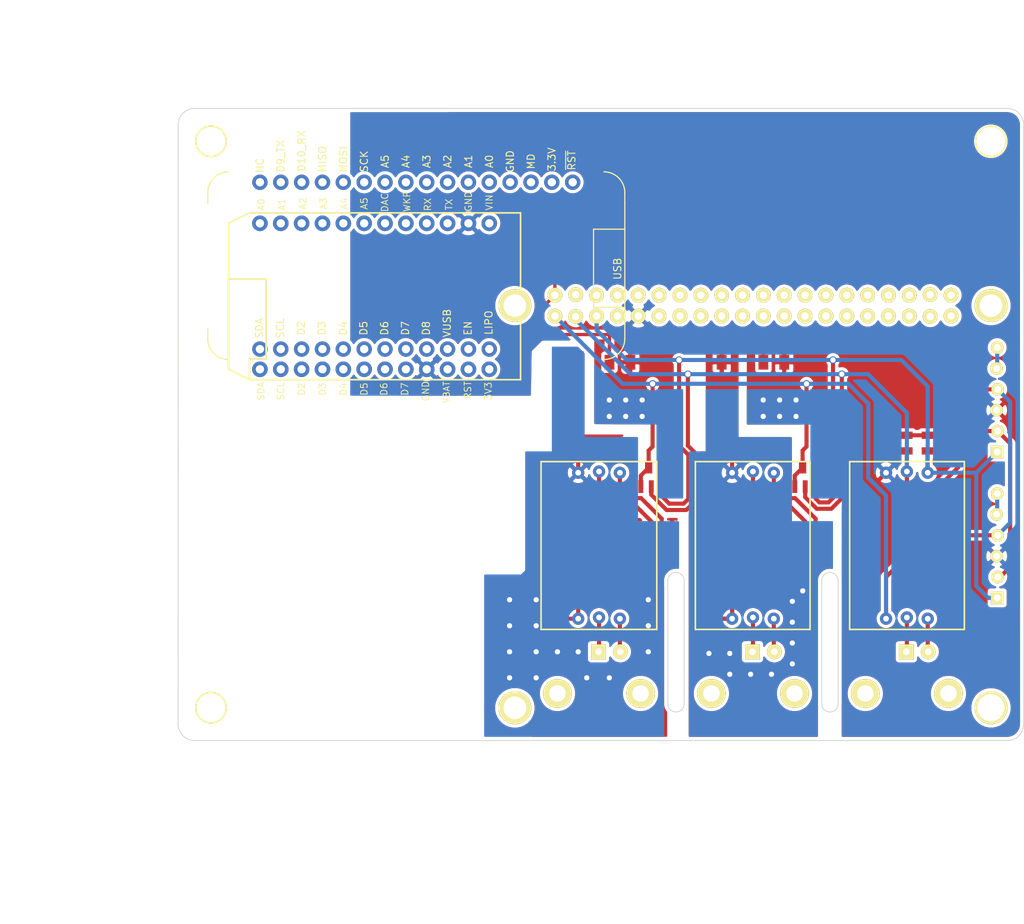
<source format=kicad_pcb>
(kicad_pcb (version 20171130) (host pcbnew "(5.0.0-3-g5ebb6b6)")
  (title_block (title "Tentacle for Raspberry Pi") (date 2017-04-19) (rev 1.0) (company "Whitebox Labs") (comment 1 "Pedro Martin") (comment 2 "Dual isolation, I2C Bus Desi"))
  (layers (0 F.Cu signal) (31 B.Cu signal) (34 B.Paste user) (35 F.Paste user) (36 B.SilkS user) (37 F.SilkS user) (38 B.Mask user) (39 F.Mask user) (44 Edge.Cuts user))
  (net 0 "")
  (net 1 GND)
  (net 2 GND_ISO2)
  (net 3 VCC)
  (net 4 V_ISO2)
  (net 5 "Net-(C202-Pad2)")
  (net 6 "Net-(C302-Pad2)")
  (net 7 "Net-(P101-Pad5)")
  (net 8 "Net-(P201-Pad1)")
  (net 9 "Net-(P201-Pad2)")
  (net 10 "Net-(P301-Pad1)")
  (net 11 "Net-(P301-Pad2)")
  (net 12 "Net-(P401-Pad1)")
  (net 13 "Net-(P401-Pad2)")
  (net 14 "Net-(R201-Pad2)")
  (net 15 "Net-(R202-Pad2)")
  (net 16 "Net-(R301-Pad2)")
  (net 17 "Net-(R302-Pad2)")
  (net 18 GND_ISO3)
  (net 19 V_ISO3)
  (net 20 /SDA)
  (net 21 /SCL)
  (net 22 "Net-(P102-Pad5)")
  (net 23 +3V3)
  (module Openponics_Templates:Particle_Mesh (layer F.Cu) (at 60.65 90.73 270)
    (fp_text reference U1 hide)
    (fp_text value PARTICLE_MESH hide)
    (fp_text user USB (at 11.811 -49.911 270) (layer F.SilkS) (effects (font (size 0.889 0.889) (thickness 0.127))))
    (fp_text user 3.3V (at -1.524 -41.91 270) (layer F.SilkS) (effects (font (size 0.889 0.889) (thickness 0.127))))
    (fp_text user SCK (at -1.27 -19.05 270) (layer F.SilkS) (effects (font (size 0.889 0.889) (thickness 0.127))))
    (fp_text user NC (at -0.762 -6.35 270) (layer F.SilkS) (effects (font (size 0.889 0.889) (thickness 0.127))))
    (fp_text user D9_TX (at -1.905 -8.89 270) (layer F.SilkS) (effects (font (size 0.889 0.889) (thickness 0.127))))
    (fp_text user MISO (at -1.524 -13.97 270) (layer F.SilkS) (effects (font (size 0.889 0.889) (thickness 0.127))))
    (fp_text user MOSI (at -1.524 -16.51 270) (layer F.SilkS) (effects (font (size 0.889 0.889) (thickness 0.127))))
    (fp_text user SDA (at 19.05 -6.2865 270) (layer F.SilkS) (effects (font (size 0.889 0.889) (thickness 0.127))))
    (fp_text user SCL (at 19.05 -8.8265 270) (layer F.SilkS) (effects (font (size 0.889 0.889) (thickness 0.127))))
    (fp_text user D2 (at 19.05 -11.3665 270) (layer F.SilkS) (effects (font (size 0.889 0.889) (thickness 0.127))))
    (fp_text user D3 (at 19.05 -13.90396 270) (layer F.SilkS) (effects (font (size 0.889 0.889) (thickness 0.127))))
    (fp_text user D4 (at 19.05 -16.51 270) (layer F.SilkS) (effects (font (size 0.889 0.889) (thickness 0.127))))
    (fp_text user D5 (at 19.05 -18.9865 270) (layer F.SilkS) (effects (font (size 0.889 0.889) (thickness 0.127))))
    (fp_text user D6 (at 19.05 -21.5265 270) (layer F.SilkS) (effects (font (size 0.889 0.889) (thickness 0.127))))
    (fp_text user EN (at 19.05 -31.6865 270) (layer F.SilkS) (effects (font (size 0.889 0.889) (thickness 0.127))))
    (fp_text user VUSB (at 18.4277 -29.1465 270) (layer F.SilkS) (effects (font (size 0.889 0.889) (thickness 0.127))))
    (fp_text user D8 (at 19.05 -26.60396 270) (layer F.SilkS) (effects (font (size 0.889 0.889) (thickness 0.127))))
    (fp_text user LIPO (at 18.3769 -34.2265 270) (layer F.SilkS) (effects (font (size 0.889 0.889) (thickness 0.127))))
    (fp_text user D7 (at 19.05 -24.0665 270) (layer F.SilkS) (effects (font (size 0.889 0.889) (thickness 0.127))))
    (fp_text user D10_RX (at -2.54 -11.43 270) (layer F.SilkS) (effects (font (size 0.889 0.889) (thickness 0.127))))
    (fp_text user A5 (at -1.27 -21.59 270) (layer F.SilkS) (effects (font (size 0.889 0.889) (thickness 0.127))))
    (fp_text user A4 (at -1.27 -24.13 270) (layer F.SilkS) (effects (font (size 0.889 0.889) (thickness 0.127))))
    (fp_text user A3 (at -1.27 -26.67 270) (layer F.SilkS) (effects (font (size 0.889 0.889) (thickness 0.127))))
    (fp_text user A2 (at -1.27 -29.21 270) (layer F.SilkS) (effects (font (size 0.889 0.889) (thickness 0.127))))
    (fp_text user A1 (at -1.27 -31.75 270) (layer F.SilkS) (effects (font (size 0.889 0.889) (thickness 0.127))))
    (fp_text user A0 (at -1.27 -34.29 270) (layer F.SilkS) (effects (font (size 0.889 0.889) (thickness 0.127))))
    (fp_text user ~RST (at -1.397 -44.323 270) (layer F.SilkS) (effects (font (size 0.889 0.889) (thickness 0.127))))
    (fp_text user GND (at -1.27 -36.83 270) (layer F.SilkS) (effects (font (size 0.889 0.889) (thickness 0.127))))
    (fp_text user MD (at -1.27 -39.37 270) (layer F.SilkS) (effects (font (size 0.889 0.889) (thickness 0.127))))
    (pad 17 thru_hole circle (at 21.59 -6.35 270) (size 1.8796 1.8796) (drill 1.016) (layers *.Cu *.Mask))
    (pad 18 thru_hole circle (at 21.59 -8.89 270) (size 1.8796 1.8796) (drill 1.016) (layers *.Cu *.Mask))
    (pad 19 thru_hole circle (at 21.59 -11.43 270) (size 1.8796 1.8796) (drill 1.016) (layers *.Cu *.Mask))
    (pad 20 thru_hole circle (at 21.59 -13.97 270) (size 1.8796 1.8796) (drill 1.016) (layers *.Cu *.Mask))
    (pad 21 thru_hole circle (at 21.59 -16.51 270) (size 1.8796 1.8796) (drill 1.016) (layers *.Cu *.Mask))
    (pad 22 thru_hole circle (at 21.59 -19.05 270) (size 1.8796 1.8796) (drill 1.016) (layers *.Cu *.Mask))
    (pad 23 thru_hole circle (at 21.59 -21.59 270) (size 1.8796 1.8796) (drill 1.016) (layers *.Cu *.Mask))
    (pad 24 thru_hole circle (at 21.59 -24.13 270) (size 1.8796 1.8796) (drill 1.016) (layers *.Cu *.Mask))
    (pad 25 thru_hole circle (at 21.59 -26.67 270) (size 1.8796 1.8796) (drill 1.016) (layers *.Cu *.Mask))
    (pad 26 thru_hole circle (at 21.59 -29.21 270) (size 1.8796 1.8796) (drill 1.016) (layers *.Cu *.Mask))
    (pad 27 thru_hole circle (at 21.59 -31.75 270) (size 1.8796 1.8796) (drill 1.016) (layers *.Cu *.Mask))
    (pad 28 thru_hole circle (at 21.59 -34.29 270) (size 1.8796 1.8796) (drill 1.016) (layers *.Cu *.Mask))
    (pad 1 thru_hole circle (at 1.27 -44.45 270) (size 1.8796 1.8796) (drill 1.016) (layers *.Cu *.Mask))
    (pad 2 thru_hole circle (at 1.27 -41.91 270) (size 1.8796 1.8796) (drill 1.016) (layers *.Cu *.Mask))
    (pad 3 thru_hole circle (at 1.27 -39.37 270) (size 1.8796 1.8796) (drill 1.016) (layers *.Cu *.Mask))
    (pad 4 thru_hole circle (at 1.27 -36.83 270) (size 1.8796 1.8796) (drill 1.016) (layers *.Cu *.Mask))
    (pad 5 thru_hole circle (at 1.27 -34.29 270) (size 1.8796 1.8796) (drill 1.016) (layers *.Cu *.Mask))
    (pad 6 thru_hole circle (at 1.27 -31.75 270) (size 1.8796 1.8796) (drill 1.016) (layers *.Cu *.Mask))
    (pad 7 thru_hole circle (at 1.27 -29.21 270) (size 1.8796 1.8796) (drill 1.016) (layers *.Cu *.Mask))
    (pad 8 thru_hole circle (at 1.27 -26.67 270) (size 1.8796 1.8796) (drill 1.016) (layers *.Cu *.Mask))
    (pad 9 thru_hole circle (at 1.27 -24.13 270) (size 1.8796 1.8796) (drill 1.016) (layers *.Cu *.Mask))
    (pad 10 thru_hole circle (at 1.27 -21.59 270) (size 1.8796 1.8796) (drill 1.016) (layers *.Cu *.Mask))
    (pad 11 thru_hole circle (at 1.27 -19.05) (size 1.8796 1.8796) (drill 1.016) (layers *.Cu *.Mask))
    (pad 12 thru_hole circle (at 1.27 -16.51 270) (size 1.8796 1.8796) (drill 1.016) (layers *.Cu *.Mask))
    (pad 13 thru_hole circle (at 1.27 -13.97 270) (size 1.8796 1.8796) (drill 1.016) (layers *.Cu *.Mask))
    (pad 14 thru_hole circle (at 1.27 -11.43 270) (size 1.8796 1.8796) (drill 1.016) (layers *.Cu *.Mask))
    (pad 15 thru_hole circle (at 1.27 -8.89 270) (size 1.8796 1.8796) (drill 1.016) (layers *.Cu *.Mask))
    (pad 16 thru_hole circle (at 1.27 -6.35 270) (size 1.8796 1.8796) (drill 1.016) (layers *.Cu *.Mask))
  )
  (module Boards:PARTICLE_PHOTON (layer F.Cu) (at 80.97 105.89 270)
    (fp_text reference JP1 hide)
    (fp_text value PARTICLE_PHOTON hide)
    (fp_text user VIN (at -11.43 -13.97 90 unlocked) (layer F.SilkS) (effects (font (size 0.8128 0.8128) (thickness 0.1016))))
    (fp_text user GND (at -11.557 -11.43 90 unlocked) (layer F.SilkS) (effects (font (size 0.8128 0.8128) (thickness 0.1016))))
    (fp_text user TX (at -11.176 -9.0678 90 unlocked) (layer F.SilkS) (effects (font (size 0.8128 0.8128) (thickness 0.1016))))
    (fp_text user RX (at -11.176 -6.477 90 unlocked) (layer F.SilkS) (effects (font (size 0.8128 0.8128) (thickness 0.1016))))
    (fp_text user WKP (at -11.557 -3.937 90 unlocked) (layer F.SilkS) (effects (font (size 0.8128 0.8128) (thickness 0.1016))))
    (fp_text user DAC (at -11.43 -1.2446 90 unlocked) (layer F.SilkS) (effects (font (size 0.8128 0.8128) (thickness 0.1016))))
    (fp_text user A5 (at -11.303 1.27 90 unlocked) (layer F.SilkS) (effects (font (size 0.8128 0.8128) (thickness 0.1016))))
    (fp_text user A4 (at -11.303 3.683 90 unlocked) (layer F.SilkS) (effects (font (size 0.8128 0.8128) (thickness 0.1016))))
    (fp_text user A3 (at -11.303 6.223 90 unlocked) (layer F.SilkS) (effects (font (size 0.8128 0.8128) (thickness 0.1016))))
    (fp_text user A2 (at -11.303 8.73506 90 unlocked) (layer F.SilkS) (effects (font (size 0.8128 0.8128) (thickness 0.1016))))
    (fp_text user A1 (at -11.176 11.303 90 unlocked) (layer F.SilkS) (effects (font (size 0.8128 0.8128) (thickness 0.1016))))
    (fp_text user A0 (at -11.176 13.8176 90 unlocked) (layer F.SilkS) (effects (font (size 0.8128 0.8128) (thickness 0.1016))))
    (fp_text user 3V3 (at 11.557 -13.843 90 unlocked) (layer F.SilkS) (effects (font (size 0.8128 0.8128) (thickness 0.1016))))
    (fp_text user RST (at 11.43 -11.3538 90 unlocked) (layer F.SilkS) (effects (font (size 0.8128 0.8128) (thickness 0.1016))))
    (fp_text user VBAT (at 11.684 -8.763 90 unlocked) (layer F.SilkS) (effects (font (size 0.762 0.762) (thickness 0.1016))))
    (fp_text user GND (at 11.557 -6.223 90 unlocked) (layer F.SilkS) (effects (font (size 0.8128 0.8128) (thickness 0.1016))))
    (fp_text user D7 (at 11.303 -3.683 90 unlocked) (layer F.SilkS) (effects (font (size 0.8128 0.8128) (thickness 0.1016))))
    (fp_text user D6 (at 11.303 -1.143 90 unlocked) (layer F.SilkS) (effects (font (size 0.8128 0.8128) (thickness 0.1016))))
    (fp_text user D5 (at 11.303 1.27 90 unlocked) (layer F.SilkS) (effects (font (size 0.8128 0.8128) (thickness 0.1016))))
    (fp_text user D4 (at 11.303 3.81 90 unlocked) (layer F.SilkS) (effects (font (size 0.8128 0.8128) (thickness 0.1016))))
    (fp_text user D3 (at 11.303 6.35 90 unlocked) (layer F.SilkS) (effects (font (size 0.8128 0.8128) (thickness 0.1016))))
    (fp_text user D2 (at 11.303 8.89 90 unlocked) (layer F.SilkS) (effects (font (size 0.8128 0.8128) (thickness 0.1016))))
    (fp_text user SCL (at 11.557 11.43 90 unlocked) (layer F.SilkS) (effects (font (size 0.8128 0.8128) (thickness 0.1016))))
    (fp_text user SDA (at 11.557 13.843 90 unlocked) (layer F.SilkS) (effects (font (size 0.8128 0.8128) (thickness 0.1016))))
    (pad 1 thru_hole circle (at -8.89 -13.97 270) (size 1.905 1.905) (drill 1.016) (layers *.Cu *.Mask) (net 3 VCC))
    (pad 2 thru_hole circle (at -8.89 -11.43 270) (size 1.905 1.905) (drill 1.016) (layers *.Cu *.Mask) (net 1 GND))
    (pad 3 thru_hole circle (at -8.89 -8.89 270) (size 1.905 1.905) (drill 1.016) (layers *.Cu *.Mask))
    (pad 4 thru_hole circle (at -8.89 -6.35 270) (size 1.905 1.905) (drill 1.016) (layers *.Cu *.Mask))
    (pad 5 thru_hole circle (at -8.89 -3.81 270) (size 1.905 1.905) (drill 1.016) (layers *.Cu *.Mask))
    (pad 6 thru_hole circle (at -8.89 -1.27 270) (size 1.905 1.905) (drill 1.016) (layers *.Cu *.Mask))
    (pad 7 thru_hole circle (at -8.89 1.27 270) (size 1.905 1.905) (drill 1.016) (layers *.Cu *.Mask))
    (pad 8 thru_hole circle (at -8.89 3.81 270) (size 1.905 1.905) (drill 1.016) (layers *.Cu *.Mask))
    (pad 9 thru_hole circle (at -8.89 6.35 270) (size 1.905 1.905) (drill 1.016) (layers *.Cu *.Mask))
    (pad 10 thru_hole circle (at -8.89 8.89 270) (size 1.905 1.905) (drill 1.016) (layers *.Cu *.Mask))
    (pad 11 thru_hole circle (at -8.89 11.43 270) (size 1.905 1.905) (drill 1.016) (layers *.Cu *.Mask))
    (pad 12 thru_hole circle (at -8.89 13.97 270) (size 1.905 1.905) (drill 1.016) (layers *.Cu *.Mask))
    (pad 13 thru_hole circle (at 8.89 13.97 270) (size 1.905 1.905) (drill 1.016) (layers *.Cu *.Mask))
    (pad 14 thru_hole circle (at 8.89 11.43 270) (size 1.905 1.905) (drill 1.016) (layers *.Cu *.Mask))
    (pad 15 thru_hole circle (at 8.89 8.89 270) (size 1.905 1.905) (drill 1.016) (layers *.Cu *.Mask))
    (pad 16 thru_hole circle (at 8.89 6.35 270) (size 1.905 1.905) (drill 1.016) (layers *.Cu *.Mask))
    (pad 17 thru_hole circle (at 8.89 3.81 270) (size 1.905 1.905) (drill 1.016) (layers *.Cu *.Mask))
    (pad 18 thru_hole circle (at 8.89 1.27 270) (size 1.905 1.905) (drill 1.016) (layers *.Cu *.Mask))
    (pad 19 thru_hole circle (at 8.89 -1.27 270) (size 1.905 1.905) (drill 1.016) (layers *.Cu *.Mask))
    (pad 20 thru_hole circle (at 8.89 -3.81 270) (size 1.905 1.905) (drill 1.016) (layers *.Cu *.Mask))
    (pad 21 thru_hole circle (at 8.89 -6.35 270) (size 1.905 1.905) (drill 1.016) (layers *.Cu *.Mask) (net 1 GND))
    (pad 22 thru_hole circle (at 8.89 -8.89 270) (size 1.905 1.905) (drill 1.016) (layers *.Cu *.Mask))
    (pad 23 thru_hole circle (at 8.89 -11.43 270) (size 1.905 1.905) (drill 1.016) (layers *.Cu *.Mask))
    (pad 24 thru_hole circle (at 8.89 -13.97 270) (size 1.905 1.905) (drill 1.016) (layers *.Cu *.Mask) (net 23 +3V3))
  )
  (module temp_terminal:WL-PI_Board_no_outline (layer F.Cu) (at 127.0594 107.024)
    (fp_text reference PI_Board hide)
    (fp_text value VAL** hide)
    (pad "" thru_hole circle (at 29 49) (size 4 4) (drill 2.75) (layers *.Cu *.Mask F.SilkS))
    (pad "" thru_hole circle (at -29 49) (size 4 4) (drill 2.75) (layers *.Cu *.Mask F.SilkS))
    (pad "" thru_hole circle (at -29 0) (size 4 4) (drill 2.75) (layers *.Cu *.Mask F.SilkS))
    (pad "" thru_hole circle (at 29 0) (size 4 4) (drill 2.75) (layers *.Cu *.Mask F.SilkS))
  )
  (module temp_terminal:WL-EB08040502_snk (layer F.Cu) (at 127.0594 154.274 180)
    (fp_text reference P301)
    (fp_text value BNC)
    (pad 2 thru_hole circle (at -2.6035 5.08 180) (size 1.8 1.8) (drill 0.8) (layers *.Cu *.Mask F.SilkS) (net 11 "Net-(P301-Pad2)"))
    (pad 1 thru_hole rect (at 0.0635 5.08 180) (size 1.8 1.8) (drill 0.8) (layers *.Cu *.Mask F.SilkS) (net 10 "Net-(P301-Pad1)"))
    (pad "" thru_hole circle (at 5.0635 0 180) (size 3.5 3.5) (drill 2) (layers *.Cu *.Mask F.SilkS))
    (pad "" thru_hole circle (at -5.0635 0 180) (size 3.5 3.5) (drill 2) (layers *.Cu *.Mask F.SilkS))
  )
  (module temp_terminal:WL-PINH_1X6_snk (layer F.Cu) (at 156.8094 136.274 90)
    (fp_text reference P102 hide)
    (fp_text value CONN_01X06 hide)
    (pad 1 thru_hole rect (at -6.35 0 90) (size 1.524 1.524) (drill 0.85) (layers *.Cu *.Mask F.SilkS) (net 21 /SCL))
    (pad 2 thru_hole circle (at -3.81 0.0635 90) (size 1.524 1.524) (drill 0.85) (layers *.Cu *.Mask F.SilkS) (net 20 /SDA))
    (pad 3 thru_hole circle (at -1.27 -0.0635 90) (size 1.524 1.524) (drill 0.85) (layers *.Cu *.Mask F.SilkS) (net 1 GND))
    (pad 4 thru_hole circle (at 1.27 0.0635 90) (size 1.524 1.524) (drill 0.85) (layers *.Cu *.Mask F.SilkS) (net 23 +3V3))
    (pad 5 thru_hole circle (at 3.81 -0.0635 90) (size 1.524 1.524) (drill 0.85) (layers *.Cu *.Mask F.SilkS) (net 22 "Net-(P102-Pad5)"))
    (pad 6 thru_hole circle (at 6.35 0 90) (size 1.524 1.524) (drill 0.85) (layers *.Cu *.Mask F.SilkS) (net 22 "Net-(P102-Pad5)"))
  )
  (module temp_terminal:WL-PINH_1X6_snk (layer F.Cu) (at 156.8094 118.494 90)
    (fp_text reference P101 hide)
    (fp_text value CONN_01X06 hide)
    (pad 1 thru_hole rect (at -6.35 0 90) (size 1.524 1.524) (drill 0.85) (layers *.Cu *.Mask F.SilkS) (net 21 /SCL))
    (pad 2 thru_hole circle (at -3.81 0.0635 90) (size 1.524 1.524) (drill 0.85) (layers *.Cu *.Mask F.SilkS) (net 20 /SDA))
    (pad 3 thru_hole circle (at -1.27 -0.0635 90) (size 1.524 1.524) (drill 0.85) (layers *.Cu *.Mask F.SilkS) (net 1 GND))
    (pad 4 thru_hole circle (at 1.27 0.0635 90) (size 1.524 1.524) (drill 0.85) (layers *.Cu *.Mask F.SilkS) (net 23 +3V3))
    (pad 5 thru_hole circle (at 3.81 -0.0635 90) (size 1.524 1.524) (drill 0.85) (layers *.Cu *.Mask F.SilkS) (net 7 "Net-(P101-Pad5)"))
    (pad 6 thru_hole circle (at 6.35 0 90) (size 1.524 1.524) (drill 0.85) (layers *.Cu *.Mask F.SilkS) (net 7 "Net-(P101-Pad5)"))
  )
  (module temp_terminal:WL-CASE-X-2917 (layer F.Cu) (at 106.455 101.135)
    (fp_text reference C101)
    (fp_text value 470µF)
    (pad 2 smd rect (at 3.12 0) (size 2.37 2.6) (layers F.Cu F.Paste F.Mask) (net 1 GND))
    (pad 1 smd rect (at -3.12 0) (size 2.37 2.6) (layers F.Cu F.Paste F.Mask) (net 3 VCC))
  )
  (module temp_terminal:WL-SOT89 (layer F.Cu) (at 103.5594 134.524)
    (fp_text reference REG201)
    (fp_text value LD2981ABU50TR)
    (pad 2 smd rect (at 0 -0.95) (size 2 2.45) (layers F.Cu F.Paste F.Mask) (net 2 GND_ISO2))
    (pad 3 smd rect (at 1.5 1.475) (size 0.57 1.4) (layers F.Cu F.Paste F.Mask) (net 5 "Net-(C202-Pad2)"))
    (pad 2 smd rect (at 0 1.225) (size 0.65 1.9) (layers F.Cu F.Paste F.Mask) (net 2 GND_ISO2))
    (pad 1 smd rect (at -1.5 1.475) (size 0.57 1.4) (layers F.Cu F.Paste F.Mask) (net 4 V_ISO2))
  )
  (module temp_terminal:WL-SOT89 (layer F.Cu) (at 122.3094 134.524)
    (fp_text reference REG301)
    (fp_text value LD2981ABU50TR)
    (pad 2 smd rect (at 0 -0.95) (size 2 2.45) (layers F.Cu F.Paste F.Mask) (net 18 GND_ISO3))
    (pad 3 smd rect (at 1.5 1.475) (size 0.57 1.4) (layers F.Cu F.Paste F.Mask) (net 6 "Net-(C302-Pad2)"))
    (pad 2 smd rect (at 0 1.225) (size 0.65 1.9) (layers F.Cu F.Paste F.Mask) (net 18 GND_ISO3))
    (pad 1 smd rect (at -1.5 1.475) (size 0.57 1.4) (layers F.Cu F.Paste F.Mask) (net 19 V_ISO3))
  )
  (module temp_terminal:WL-SM0805C (layer F.Cu) (at 125.8094 138.274 90)
    (fp_text reference C302)
    (fp_text value 1µF)
    (pad 2 smd rect (at 0.9525 0 90) (size 0.889 1.397) (layers F.Cu F.Paste F.Mask) (net 6 "Net-(C302-Pad2)"))
    (pad 1 smd rect (at -0.9525 0 90) (size 0.889 1.397) (layers F.Cu F.Paste F.Mask) (net 18 GND_ISO3))
  )
  (module temp_terminal:WL-SM0805C (layer F.Cu) (at 103.3094 140.774 180)
    (fp_text reference C201)
    (fp_text value 1µF)
    (pad 2 smd rect (at 0.9525 0 180) (size 0.889 1.397) (layers F.Cu F.Paste F.Mask) (net 4 V_ISO2))
    (pad 1 smd rect (at -0.9525 0 180) (size 0.889 1.397) (layers F.Cu F.Paste F.Mask) (net 2 GND_ISO2))
  )
  (module temp_terminal:WL-SM0805C (layer F.Cu) (at 107.0594 138.274 90)
    (fp_text reference C202)
    (fp_text value 1µF)
    (pad 2 smd rect (at 0.9525 0 90) (size 0.889 1.397) (layers F.Cu F.Paste F.Mask) (net 5 "Net-(C202-Pad2)"))
    (pad 1 smd rect (at -0.9525 0 90) (size 0.889 1.397) (layers F.Cu F.Paste F.Mask) (net 2 GND_ISO2))
  )
  (module temp_terminal:WL-SM0805C (layer F.Cu) (at 103.3094 138.774 180)
    (fp_text reference C203)
    (fp_text value 2.2µF)
    (pad 2 smd rect (at 0.9525 0 180) (size 0.889 1.397) (layers F.Cu F.Paste F.Mask) (net 4 V_ISO2))
    (pad 1 smd rect (at -0.9525 0 180) (size 0.889 1.397) (layers F.Cu F.Paste F.Mask) (net 2 GND_ISO2))
  )
  (module temp_terminal:WL-SM0805C (layer F.Cu) (at 114.3094 140.024 180)
    (fp_text reference C204)
    (fp_text value "0.1 µF")
    (pad 2 smd rect (at 0.9525 0 180) (size 0.889 1.397) (layers F.Cu F.Paste F.Mask) (net 4 V_ISO2))
    (pad 1 smd rect (at -0.9525 0 180) (size 0.889 1.397) (layers F.Cu F.Paste F.Mask) (net 2 GND_ISO2))
  )
  (module temp_terminal:WL-SM0805C (layer F.Cu) (at 115.3094 126.774)
    (fp_text reference C205)
    (fp_text value "0.1 µF")
    (pad 2 smd rect (at 0.9525 0) (size 0.889 1.397) (layers F.Cu F.Paste F.Mask) (net 1 GND))
    (pad 1 smd rect (at -0.9525 0) (size 0.889 1.397) (layers F.Cu F.Paste F.Mask) (net 23 +3V3))
  )
  (module temp_terminal:WL-SM0805C (layer F.Cu) (at 122.0594 140.774 180)
    (fp_text reference C301)
    (fp_text value 1µF)
    (pad 2 smd rect (at 0.9525 0 180) (size 0.889 1.397) (layers F.Cu F.Paste F.Mask) (net 19 V_ISO3))
    (pad 1 smd rect (at -0.9525 0 180) (size 0.889 1.397) (layers F.Cu F.Paste F.Mask) (net 18 GND_ISO3))
  )
  (module temp_terminal:WL-SM0805C (layer F.Cu) (at 122.0594 138.774 180)
    (fp_text reference C303)
    (fp_text value 2.2µF)
    (pad 2 smd rect (at 0.9525 0 180) (size 0.889 1.397) (layers F.Cu F.Paste F.Mask) (net 19 V_ISO3))
    (pad 1 smd rect (at -0.9525 0 180) (size 0.889 1.397) (layers F.Cu F.Paste F.Mask) (net 18 GND_ISO3))
  )
  (module temp_terminal:WL-SM0805C (layer F.Cu) (at 133.0594 140.024 180)
    (fp_text reference C304)
    (fp_text value "0.1 µF")
    (pad 2 smd rect (at 0.9525 0 180) (size 0.889 1.397) (layers F.Cu F.Paste F.Mask) (net 19 V_ISO3))
    (pad 1 smd rect (at -0.9525 0 180) (size 0.889 1.397) (layers F.Cu F.Paste F.Mask) (net 18 GND_ISO3))
  )
  (module temp_terminal:WL-SM0805C (layer F.Cu) (at 134.0594 126.774)
    (fp_text reference C305)
    (fp_text value "0.1 µF")
    (pad 2 smd rect (at 0.9525 0) (size 0.889 1.397) (layers F.Cu F.Paste F.Mask) (net 1 GND))
    (pad 1 smd rect (at -0.9525 0) (size 0.889 1.397) (layers F.Cu F.Paste F.Mask) (net 23 +3V3))
  )
  (module temp_terminal:WL-SM0805R (layer F.Cu) (at 145.8094 123.774 90)
    (fp_text reference R101)
    (fp_text value 4.7K)
    (pad 2 smd rect (at 0.9525 0 90) (size 0.889 1.397) (layers F.Cu F.Paste F.Mask) (net 23 +3V3))
    (pad 1 smd rect (at -0.9525 0 90) (size 0.889 1.397) (layers F.Cu F.Paste F.Mask) (net 20 /SDA))
  )
  (module temp_terminal:WL-SM0805R (layer F.Cu) (at 148.3094 123.774 90)
    (fp_text reference R102)
    (fp_text value 4.7K)
    (pad 2 smd rect (at 0.9525 0 90) (size 0.889 1.397) (layers F.Cu F.Paste F.Mask) (net 23 +3V3))
    (pad 1 smd rect (at -0.9525 0 90) (size 0.889 1.397) (layers F.Cu F.Paste F.Mask) (net 21 /SCL))
  )
  (module temp_terminal:WL-SM0805R (layer F.Cu) (at 115.5594 137.274 90)
    (fp_text reference R201)
    (fp_text value 4.7K)
    (pad 2 smd rect (at 0.9525 0 90) (size 0.889 1.397) (layers F.Cu F.Paste F.Mask) (net 14 "Net-(R201-Pad2)"))
    (pad 1 smd rect (at -0.9525 0 90) (size 0.889 1.397) (layers F.Cu F.Paste F.Mask) (net 4 V_ISO2))
  )
  (module temp_terminal:WL-SM0805R (layer F.Cu) (at 113.0594 137.274 90)
    (fp_text reference R202)
    (fp_text value 4.7K)
    (pad 2 smd rect (at 0.9525 0 90) (size 0.889 1.397) (layers F.Cu F.Paste F.Mask) (net 15 "Net-(R202-Pad2)"))
    (pad 1 smd rect (at -0.9525 0 90) (size 0.889 1.397) (layers F.Cu F.Paste F.Mask) (net 4 V_ISO2))
  )
  (module temp_terminal:WL-SM0805R (layer F.Cu) (at 134.3094 137.274 90)
    (fp_text reference R301)
    (fp_text value 4.7K)
    (pad 2 smd rect (at 0.9525 0 90) (size 0.889 1.397) (layers F.Cu F.Paste F.Mask) (net 16 "Net-(R301-Pad2)"))
    (pad 1 smd rect (at -0.9525 0 90) (size 0.889 1.397) (layers F.Cu F.Paste F.Mask) (net 19 V_ISO3))
  )
  (module temp_terminal:WL-SM0805R (layer F.Cu) (at 131.8094 137.274 90)
    (fp_text reference R302)
    (fp_text value 4.7K)
    (pad 2 smd rect (at 0.9525 0 90) (size 0.889 1.397) (layers F.Cu F.Paste F.Mask) (net 17 "Net-(R302-Pad2)"))
    (pad 1 smd rect (at -0.9525 0 90) (size 0.889 1.397) (layers F.Cu F.Paste F.Mask) (net 19 V_ISO3))
  )
  (module temp_terminal:WL-SOIC8N (layer F.Cu) (at 115.3094 131.774 90)
    (fp_text reference SIG_ISO201)
    (fp_text value SI8600)
    (pad 8 smd rect (at 2.7 -1.905 90) (size 1.55 0.6) (layers F.Cu F.Paste F.Mask) (net 23 +3V3))
    (pad 7 smd rect (at 2.7 -0.635 90) (size 1.55 0.6) (layers F.Cu F.Paste F.Mask) (net 20 /SDA))
    (pad 6 smd rect (at 2.7 0.635 90) (size 1.55 0.6) (layers F.Cu F.Paste F.Mask) (net 21 /SCL))
    (pad 5 smd rect (at 2.7 1.905 90) (size 1.55 0.6) (layers F.Cu F.Paste F.Mask) (net 1 GND))
    (pad 4 smd rect (at -2.7 1.905 90) (size 1.55 0.6) (layers F.Cu F.Paste F.Mask) (net 2 GND_ISO2))
    (pad 3 smd rect (at -2.7 0.635 90) (size 1.55 0.6) (layers F.Cu F.Paste F.Mask) (net 14 "Net-(R201-Pad2)"))
    (pad 2 smd rect (at -2.7 -0.635 90) (size 1.55 0.6) (layers F.Cu F.Paste F.Mask) (net 15 "Net-(R202-Pad2)"))
    (pad 1 smd rect (at -2.7 -1.905 90) (size 1.55 0.6) (layers F.Cu F.Paste F.Mask) (net 4 V_ISO2))
  )
  (module temp_terminal:WL-SOIC8N (layer F.Cu) (at 134.0594 131.774 90)
    (fp_text reference SIG_ISO301)
    (fp_text value SI8600)
    (pad 8 smd rect (at 2.7 -1.905 90) (size 1.55 0.6) (layers F.Cu F.Paste F.Mask) (net 23 +3V3))
    (pad 7 smd rect (at 2.7 -0.635 90) (size 1.55 0.6) (layers F.Cu F.Paste F.Mask) (net 20 /SDA))
    (pad 6 smd rect (at 2.7 0.635 90) (size 1.55 0.6) (layers F.Cu F.Paste F.Mask) (net 21 /SCL))
    (pad 5 smd rect (at 2.7 1.905 90) (size 1.55 0.6) (layers F.Cu F.Paste F.Mask) (net 1 GND))
    (pad 4 smd rect (at -2.7 1.905 90) (size 1.55 0.6) (layers F.Cu F.Paste F.Mask) (net 18 GND_ISO3))
    (pad 3 smd rect (at -2.7 0.635 90) (size 1.55 0.6) (layers F.Cu F.Paste F.Mask) (net 16 "Net-(R301-Pad2)"))
    (pad 2 smd rect (at -2.7 -0.635 90) (size 1.55 0.6) (layers F.Cu F.Paste F.Mask) (net 17 "Net-(R302-Pad2)"))
    (pad 1 smd rect (at -2.7 -1.905 90) (size 1.55 0.6) (layers F.Cu F.Paste F.Mask) (net 19 V_ISO3))
  )
  (module temp_terminal:WL-R1SE-0505 (layer F.Cu) (at 127.0594 119.024 180)
    (fp_text reference DCDC301)
    (fp_text value R1SE_0505)
    (pad 8 smd rect (at -3.81 -5.1 180) (size 1.2 1.8) (layers F.Cu F.Paste F.Mask))
    (pad 5 smd rect (at 3.81 -5.1 180) (size 1.2 1.8) (layers F.Cu F.Paste F.Mask) (net 6 "Net-(C302-Pad2)"))
    (pad 4 smd rect (at 3.81 5.1 180) (size 1.2 1.8) (layers F.Cu F.Paste F.Mask) (net 18 GND_ISO3))
    (pad 2 smd rect (at -1.27 5.1 180) (size 1.2 1.8) (layers F.Cu F.Paste F.Mask) (net 3 VCC))
    (pad 1 smd rect (at -3.81 5.1 180) (size 1.2 1.8) (layers F.Cu F.Paste F.Mask) (net 1 GND))
  )
  (module temp_terminal:WL-R1SE-0505 (layer F.Cu) (at 108.3094 119.024 180)
    (fp_text reference DCDC201)
    (fp_text value R1SE_0505)
    (pad 8 smd rect (at -3.81 -5.1 180) (size 1.2 1.8) (layers F.Cu F.Paste F.Mask))
    (pad 5 smd rect (at 3.81 -5.1 180) (size 1.2 1.8) (layers F.Cu F.Paste F.Mask) (net 5 "Net-(C202-Pad2)"))
    (pad 4 smd rect (at 3.81 5.1 180) (size 1.2 1.8) (layers F.Cu F.Paste F.Mask) (net 2 GND_ISO2))
    (pad 2 smd rect (at -1.27 5.1 180) (size 1.2 1.8) (layers F.Cu F.Paste F.Mask) (net 3 VCC))
    (pad 1 smd rect (at -3.81 5.1 180) (size 1.2 1.8) (layers F.Cu F.Paste F.Mask) (net 1 GND))
  )
  (module temp_terminal:WL-40pin_snk (layer F.Cu) (at 127.0594 107.024)
    (fp_text reference PI_BOARD101)
    (fp_text value RASPBERRY_PI_2)
    (pad 40 thru_hole circle (at 24.13 -1.27 90) (size 1.8 1.8) (drill 0.9) (layers *.Cu *.Mask F.SilkS))
    (pad 39 thru_hole circle (at 24.13 1.27 90) (size 1.8 1.8) (drill 0.9) (layers *.Cu *.Mask F.SilkS))
    (pad 38 thru_hole circle (at 21.59 -1.3335 90) (size 1.8 1.8) (drill 0.9) (layers *.Cu *.Mask F.SilkS))
    (pad 37 thru_hole circle (at 21.59 1.3335 90) (size 1.8 1.8) (drill 0.9) (layers *.Cu *.Mask F.SilkS))
    (pad 36 thru_hole circle (at 19.05 -1.27 90) (size 1.8 1.8) (drill 0.9) (layers *.Cu *.Mask F.SilkS))
    (pad 35 thru_hole circle (at 19.05 1.27 90) (size 1.8 1.8) (drill 0.9) (layers *.Cu *.Mask F.SilkS))
    (pad 34 thru_hole circle (at 16.51 -1.27 90) (size 1.8 1.8) (drill 0.9) (layers *.Cu *.Mask F.SilkS))
    (pad 33 thru_hole circle (at 16.51 1.27 90) (size 1.8 1.8) (drill 0.9) (layers *.Cu *.Mask F.SilkS))
    (pad 32 thru_hole circle (at 13.97 -1.27 90) (size 1.8 1.8) (drill 0.9) (layers *.Cu *.Mask F.SilkS))
    (pad 31 thru_hole circle (at 13.97 1.27 90) (size 1.8 1.8) (drill 0.9) (layers *.Cu *.Mask F.SilkS))
    (pad 30 thru_hole circle (at 11.43 -1.27 90) (size 1.8 1.8) (drill 0.9) (layers *.Cu *.Mask F.SilkS))
    (pad 29 thru_hole circle (at 11.43 1.27 90) (size 1.8 1.8) (drill 0.9) (layers *.Cu *.Mask F.SilkS))
    (pad 28 thru_hole circle (at 8.89 -1.27 90) (size 1.8 1.8) (drill 0.9) (layers *.Cu *.Mask F.SilkS))
    (pad 27 thru_hole circle (at 8.89 1.27 90) (size 1.8 1.8) (drill 0.9) (layers *.Cu *.Mask F.SilkS))
    (pad 26 thru_hole circle (at 6.35 -1.27 90) (size 1.8 1.8) (drill 0.9) (layers *.Cu *.Mask F.SilkS))
    (pad 25 thru_hole circle (at 6.35 1.27 90) (size 1.8 1.8) (drill 0.9) (layers *.Cu *.Mask F.SilkS))
    (pad 24 thru_hole circle (at 3.81 -1.27 90) (size 1.8 1.8) (drill 0.9) (layers *.Cu *.Mask F.SilkS))
    (pad 23 thru_hole circle (at 3.81 1.27 90) (size 1.8 1.8) (drill 0.9) (layers *.Cu *.Mask F.SilkS))
    (pad 22 thru_hole circle (at 1.27 -1.27 90) (size 1.8 1.8) (drill 0.9) (layers *.Cu *.Mask F.SilkS))
    (pad 21 thru_hole circle (at 1.27 1.27 90) (size 1.8 1.8) (drill 0.9) (layers *.Cu *.Mask F.SilkS))
    (pad 20 thru_hole circle (at -1.27 -1.27 90) (size 1.8 1.8) (drill 0.9) (layers *.Cu *.Mask F.SilkS))
    (pad 19 thru_hole circle (at -1.27 1.27 90) (size 1.8 1.8) (drill 0.9) (layers *.Cu *.Mask F.SilkS))
    (pad 18 thru_hole circle (at -3.81 -1.27 90) (size 1.8 1.8) (drill 0.9) (layers *.Cu *.Mask F.SilkS))
    (pad 17 thru_hole circle (at -3.81 1.27 90) (size 1.8 1.8) (drill 0.9) (layers *.Cu *.Mask F.SilkS))
    (pad 16 thru_hole circle (at -6.35 -1.27 90) (size 1.8 1.8) (drill 0.9) (layers *.Cu *.Mask F.SilkS))
    (pad 15 thru_hole circle (at -6.35 1.27 90) (size 1.8 1.8) (drill 0.9) (layers *.Cu *.Mask F.SilkS))
    (pad 14 thru_hole circle (at -8.89 -1.27 90) (size 1.8 1.8) (drill 0.9) (layers *.Cu *.Mask F.SilkS))
    (pad 13 thru_hole circle (at -8.89 1.27 90) (size 1.8 1.8) (drill 0.9) (layers *.Cu *.Mask F.SilkS))
    (pad 12 thru_hole circle (at -11.43 -1.27 90) (size 1.8 1.8) (drill 0.9) (layers *.Cu *.Mask F.SilkS))
    (pad 11 thru_hole circle (at -11.43 1.27 90) (size 1.8 1.8) (drill 0.9) (layers *.Cu *.Mask F.SilkS))
    (pad 10 thru_hole circle (at -13.97 -1.27 90) (size 1.8 1.8) (drill 0.9) (layers *.Cu *.Mask F.SilkS))
    (pad 9 thru_hole circle (at -13.97 1.27 90) (size 1.8 1.8) (drill 0.9) (layers *.Cu *.Mask F.SilkS) (net 1 GND))
    (pad 8 thru_hole circle (at -16.51 -1.27 90) (size 1.8 1.8) (drill 0.9) (layers *.Cu *.Mask F.SilkS))
    (pad 7 thru_hole circle (at -16.51 1.27 90) (size 1.8 1.8) (drill 0.9) (layers *.Cu *.Mask F.SilkS))
    (pad 6 thru_hole circle (at -19.05 -1.27 90) (size 1.8 1.8) (drill 0.9) (layers *.Cu *.Mask F.SilkS))
    (pad 5 thru_hole circle (at -19.05 1.27 90) (size 1.8 1.8) (drill 0.9) (layers *.Cu *.Mask F.SilkS) (net 21 /SCL))
    (pad 4 thru_hole circle (at -21.59 -1.3335 90) (size 1.8 1.8) (drill 0.9) (layers *.Cu *.Mask F.SilkS))
    (pad 3 thru_hole circle (at -21.59 1.3335 90) (size 1.8 1.8) (drill 0.9) (layers *.Cu *.Mask F.SilkS) (net 20 /SDA))
    (pad 2 thru_hole circle (at -24.13 -1.27 90) (size 1.8 1.8) (drill 0.9) (layers *.Cu *.Mask F.SilkS) (net 3 VCC))
    (pad 1 thru_hole circle (at -24.13 1.27 90) (size 1.8 1.8) (drill 0.9) (layers *.Cu *.Mask F.SilkS) (net 23 +3V3))
  )
  (module temp_terminal:WL-EB08040502_snk (layer F.Cu) (at 108.3094 154.274 180)
    (fp_text reference P201)
    (fp_text value BNC)
    (pad 2 thru_hole circle (at -2.6035 5.08 180) (size 1.8 1.8) (drill 0.8) (layers *.Cu *.Mask F.SilkS) (net 9 "Net-(P201-Pad2)"))
    (pad 1 thru_hole rect (at 0.0635 5.08 180) (size 1.8 1.8) (drill 0.8) (layers *.Cu *.Mask F.SilkS) (net 8 "Net-(P201-Pad1)"))
    (pad "" thru_hole circle (at 5.0635 0 180) (size 3.5 3.5) (drill 2) (layers *.Cu *.Mask F.SilkS))
    (pad "" thru_hole circle (at -5.0635 0 180) (size 3.5 3.5) (drill 2) (layers *.Cu *.Mask F.SilkS))
  )
  (module temp_terminal:WL-EB08040502_snk (layer F.Cu) (at 145.8094 154.274 180)
    (fp_text reference P401)
    (fp_text value BNC)
    (pad 2 thru_hole circle (at -2.6035 5.08 180) (size 1.8 1.8) (drill 0.8) (layers *.Cu *.Mask F.SilkS) (net 13 "Net-(P401-Pad2)"))
    (pad 1 thru_hole rect (at 0.0635 5.08 180) (size 1.8 1.8) (drill 0.8) (layers *.Cu *.Mask F.SilkS) (net 12 "Net-(P401-Pad1)"))
    (pad "" thru_hole circle (at 5.0635 0 180) (size 3.5 3.5) (drill 2) (layers *.Cu *.Mask F.SilkS))
    (pad "" thru_hole circle (at -5.0635 0 180) (size 3.5 3.5) (drill 2) (layers *.Cu *.Mask F.SilkS))
  )
  (module temp_terminal:WL-ezo-19454_snk (layer F.Cu) (at 145.8094 136.274)
    (fp_text reference STP401)
    (fp_text value ATLAS_STAMP)
    (pad 6 thru_hole circle (at 2.54 8.89) (size 1.5 1.5) (drill 0.7) (layers *.Cu *.Mask) (net 13 "Net-(P401-Pad2)"))
    (pad 5 thru_hole circle (at 0 8.7376) (size 1.5 1.5) (drill 0.7) (layers *.Cu *.Mask) (net 12 "Net-(P401-Pad1)"))
    (pad 4 thru_hole circle (at -2.54 8.89) (size 1.5 1.5) (drill 0.7) (layers *.Cu *.Mask) (net 23 +3V3))
    (pad 3 thru_hole circle (at 2.54 -8.89) (size 1.5 1.5) (drill 0.7) (layers *.Cu *.Mask) (net 21 /SCL))
    (pad 2 thru_hole circle (at 0 -9.0424) (size 1.5 1.5) (drill 0.7) (layers *.Cu *.Mask) (net 20 /SDA))
    (pad 1 thru_hole circle (at -2.54 -8.89) (size 1.5 1.5) (drill 0.7) (layers *.Cu *.Mask) (net 1 GND))
  )
  (module temp_terminal:WL-ezo-19454_snk (layer F.Cu) (at 127.0594 136.274)
    (fp_text reference STP301)
    (fp_text value ATLAS_STAMP)
    (pad 6 thru_hole circle (at 2.54 8.89) (size 1.5 1.5) (drill 0.7) (layers *.Cu *.Mask) (net 11 "Net-(P301-Pad2)"))
    (pad 5 thru_hole circle (at 0 8.7376) (size 1.5 1.5) (drill 0.7) (layers *.Cu *.Mask) (net 10 "Net-(P301-Pad1)"))
    (pad 4 thru_hole circle (at -2.54 8.89) (size 1.5 1.5) (drill 0.7) (layers *.Cu *.Mask) (net 19 V_ISO3))
    (pad 3 thru_hole circle (at 2.54 -8.89) (size 1.5 1.5) (drill 0.7) (layers *.Cu *.Mask) (net 16 "Net-(R301-Pad2)"))
    (pad 2 thru_hole circle (at 0 -9.0424) (size 1.5 1.5) (drill 0.7) (layers *.Cu *.Mask) (net 17 "Net-(R302-Pad2)"))
    (pad 1 thru_hole circle (at -2.54 -8.89) (size 1.5 1.5) (drill 0.7) (layers *.Cu *.Mask) (net 18 GND_ISO3))
  )
  (module temp_terminal:WL-ezo-19454_snk (layer F.Cu) (at 108.3094 136.274)
    (fp_text reference STP201)
    (fp_text value ATLAS_STAMP)
    (pad 6 thru_hole circle (at 2.54 8.89) (size 1.5 1.5) (drill 0.7) (layers *.Cu *.Mask) (net 9 "Net-(P201-Pad2)"))
    (pad 5 thru_hole circle (at 0 8.7376) (size 1.5 1.5) (drill 0.7) (layers *.Cu *.Mask) (net 8 "Net-(P201-Pad1)"))
    (pad 4 thru_hole circle (at -2.54 8.89) (size 1.5 1.5) (drill 0.7) (layers *.Cu *.Mask) (net 4 V_ISO2))
    (pad 3 thru_hole circle (at 2.54 -8.89) (size 1.5 1.5) (drill 0.7) (layers *.Cu *.Mask) (net 14 "Net-(R201-Pad2)"))
    (pad 2 thru_hole circle (at 0 -9.0424) (size 1.5 1.5) (drill 0.7) (layers *.Cu *.Mask) (net 15 "Net-(R202-Pad2)"))
    (pad 1 thru_hole circle (at -2.54 -8.89) (size 1.5 1.5) (drill 0.7) (layers *.Cu *.Mask) (net 2 GND_ISO2))
  )
  (module MeowWolf_Hardware:STAND-OFF (layer F.Cu) (at 61.039 87.006)
    (fp_text reference H1 hide)
    (fp_text value STAND-OFF hide)
    (pad "" np_thru_hole circle (at 0 0) (size 3.302 3.302) (drill 3.302) (layers *.Cu *.Mask))
  )
  (module MeowWolf_Hardware:STAND-OFF (layer F.Cu) (at 61.039 156.006)
    (fp_text reference H2 hide)
    (fp_text value STAND-OFF hide)
    (pad "" np_thru_hole circle (at 0 0) (size 3.302 3.302) (drill 3.302) (layers *.Cu *.Mask))
  )
  (module MeowWolf_Hardware:STAND-OFF (layer F.Cu) (at 156.039 156.006)
    (fp_text reference H3 hide)
    (fp_text value STAND-OFF hide)
    (pad "" np_thru_hole circle (at 0 0) (size 3.302 3.302) (drill 3.302) (layers *.Cu *.Mask))
  )
  (module MeowWolf_Hardware:STAND-OFF (layer F.Cu) (at 156.039 87.006)
    (fp_text reference H4 hide)
    (fp_text value STAND-OFF hide)
    (pad "" np_thru_hole circle (at 0 0) (size 3.302 3.302) (drill 3.302) (layers *.Cu *.Mask))
  )
  (gr_line (start 160.039 85.006) (end 160.045 158.015) (layer Edge.Cuts) (width 0.1))
  (gr_line (start 101.248 146.474) (end 115.345 146.474) (layer F.SilkS) (width 0.2))
  (gr_line (start 101.248 126.027) (end 101.248 146.474) (layer F.SilkS) (width 0.2))
  (gr_line (start 115.345 126.027) (end 101.248 126.027) (layer F.SilkS) (width 0.2))
  (gr_line (start 115.345 126.154) (end 115.345 126.027) (layer F.SilkS) (width 0.2))
  (gr_line (start 115.345 146.474) (end 115.345 126.154) (layer F.SilkS) (width 0.2))
  (gr_line (start 120.044 126.027) (end 120.044 146.474) (layer F.SilkS) (width 0.2))
  (gr_line (start 134.014 126.027) (end 120.044 126.027) (layer F.SilkS) (width 0.2))
  (gr_line (start 134.014 146.474) (end 134.014 126.027) (layer F.SilkS) (width 0.2))
  (gr_line (start 120.044 146.474) (end 134.014 146.474) (layer F.SilkS) (width 0.2))
  (gr_line (start 138.84 146.474) (end 138.84 126.027) (layer F.SilkS) (width 0.2))
  (gr_line (start 152.81 146.474) (end 138.84 146.474) (layer F.SilkS) (width 0.2))
  (gr_line (start 152.81 126.027) (end 152.81 146.474) (layer F.SilkS) (width 0.2))
  (gr_line (start 138.84 126.027) (end 152.81 126.027) (layer F.SilkS) (width 0.2))
  (gr_arc (start 59.039 158.006) (end 57.039 158.006) (angle -90) (layer Edge.Cuts) (width 0.1))
  (gr_arc (start 158.039 158.006) (end 158.039 160.006) (angle -90) (layer Edge.Cuts) (width 0.1))
  (gr_arc (start 158.039 85.006) (end 160.039 85.006) (angle -90) (layer Edge.Cuts) (width 0.1))
  (gr_arc (start 59.039 85.006) (end 59.039 83.006) (angle -90) (layer Edge.Cuts) (width 0.1))
  (gr_line (start 158.039 160.006) (end 59.039 160.006) (layer Edge.Cuts) (width 0.1))
  (gr_line (start 59.039 83.006) (end 158.039 83.006) (layer Edge.Cuts) (width 0.1))
  (gr_line (start 57.039 85.006) (end 57.035 158.045) (layer Edge.Cuts) (width 0.1))
  (gr_arc (start 117.6844 140.524) (end 116.6844 140.524) (angle 90) (layer Edge.Cuts) (width 0.1))
  (gr_arc (start 117.6844 140.524) (end 117.6844 139.524) (angle 90) (layer Edge.Cuts) (width 0.1))
  (gr_arc (start 117.6844 155.524) (end 118.6844 155.524) (angle 90) (layer Edge.Cuts) (width 0.1))
  (gr_arc (start 117.6844 155.524) (end 117.6844 156.524) (angle 90) (layer Edge.Cuts) (width 0.1))
  (gr_line (start 118.6844 155.524) (end 118.6844 140.524) (angle 90) (layer Edge.Cuts) (width 0.1))
  (gr_line (start 116.6844 155.524) (end 116.6844 140.524) (angle 90) (layer Edge.Cuts) (width 0.1))
  (gr_line (start 135.4344 155.524) (end 135.4344 140.524) (angle 90) (layer Edge.Cuts) (width 0.1))
  (gr_line (start 137.4344 155.524) (end 137.4344 140.524) (angle 90) (layer Edge.Cuts) (width 0.1))
  (gr_arc (start 136.4344 155.524) (end 136.4344 156.524) (angle 90) (layer Edge.Cuts) (width 0.1))
  (gr_arc (start 136.4344 155.524) (end 137.4344 155.524) (angle 90) (layer Edge.Cuts) (width 0.1))
  (gr_arc (start 136.4344 140.524) (end 136.4344 139.524) (angle 90) (layer Edge.Cuts) (width 0.1))
  (gr_arc (start 136.4344 140.524) (end 135.4344 140.524) (angle 90) (layer Edge.Cuts) (width 0.1))
  (segment (start 128.3094 120.524) (end 130.3094 120.524) (width 0.254) (layer F.Cu) (net 1))
  (segment (start 109.5594 120.524) (end 111.5594 120.524) (width 0.254) (layer F.Cu) (net 1))
  (segment (start 130.8694 113.924) (end 130.8694 115.964) (width 0.254) (layer F.Cu) (net 1))
  (via (at 130.3094 120.524) (size 0.889) (drill 0.635) (layers F.Cu B.Cu) (net 1))
  (segment (start 130.3094 120.524) (end 130.3094 118.524) (width 0.254) (layer B.Cu) (net 1))
  (via (at 130.3094 118.524) (size 0.889) (drill 0.635) (layers F.Cu B.Cu) (net 1))
  (segment (start 130.3094 118.524) (end 132.3094 118.524) (width 0.254) (layer F.Cu) (net 1))
  (via (at 132.3094 118.524) (size 0.889) (drill 0.635) (layers F.Cu B.Cu) (net 1))
  (segment (start 132.3094 118.524) (end 132.3094 120.524) (width 0.254) (layer B.Cu) (net 1))
  (via (at 132.3094 120.524) (size 0.889) (drill 0.635) (layers F.Cu B.Cu) (net 1))
  (via (at 128.3094 120.524) (size 0.889) (drill 0.635) (layers F.Cu B.Cu) (net 1))
  (segment (start 128.3094 118.524) (end 128.3094 120.524) (width 0.254) (layer B.Cu) (net 1))
  (via (at 128.3094 118.524) (size 0.889) (drill 0.635) (layers F.Cu B.Cu) (net 1))
  (segment (start 130.8694 115.964) (end 128.3094 118.524) (width 0.254) (layer F.Cu) (net 1))
  (segment (start 112.1194 113.924) (end 112.1194 115.964) (width 0.254) (layer F.Cu) (net 1))
  (via (at 111.5594 120.524) (size 0.889) (drill 0.635) (layers F.Cu B.Cu) (net 1))
  (segment (start 111.5594 120.524) (end 111.5594 118.524) (width 0.254) (layer B.Cu) (net 1))
  (via (at 111.5594 118.524) (size 0.889) (drill 0.635) (layers F.Cu B.Cu) (net 1))
  (segment (start 111.5594 118.524) (end 113.5594 118.524) (width 0.254) (layer F.Cu) (net 1))
  (via (at 113.5594 118.524) (size 0.889) (drill 0.635) (layers F.Cu B.Cu) (net 1))
  (segment (start 113.5594 118.524) (end 113.5594 120.524) (width 0.254) (layer B.Cu) (net 1))
  (via (at 113.5594 120.524) (size 0.889) (drill 0.635) (layers F.Cu B.Cu) (net 1))
  (via (at 109.5594 120.524) (size 0.889) (drill 0.635) (layers F.Cu B.Cu) (net 1))
  (segment (start 109.5594 118.524) (end 109.5594 120.524) (width 0.254) (layer B.Cu) (net 1))
  (via (at 109.5594 118.524) (size 0.889) (drill 0.635) (layers F.Cu B.Cu) (net 1))
  (segment (start 112.1194 115.964) (end 109.5594 118.524) (width 0.254) (layer F.Cu) (net 1))
  (segment (start 135.9644 127.7265) (end 135.0119 126.774) (width 0.5) (layer F.Cu) (net 1))
  (segment (start 135.9644 129.074) (end 135.9644 127.7265) (width 0.5) (layer F.Cu) (net 1))
  (segment (start 117.2144 129.074) (end 117.2144 127.7265) (width 0.5) (layer F.Cu) (net 1))
  (segment (start 117.2144 127.7265) (end 116.2619 126.774) (width 0.5) (layer F.Cu) (net 1))
  (segment (start 115.2619 140.024) (end 115.2619 141.9015) (width 0.254) (layer F.Cu) (net 2))
  (segment (start 115.2619 141.9015) (end 114.3094 142.854) (width 0.254) (layer F.Cu) (net 2))
  (segment (start 114.3094 149.194) (end 111.1394 152.364) (width 0.254) (layer B.Cu) (net 2))
  (segment (start 111.1394 152.364) (end 109.5594 152.364) (width 0.254) (layer B.Cu) (net 2))
  (via (at 114.3094 149.194) (size 0.889) (drill 0.635) (layers F.Cu B.Cu) (net 2))
  (segment (start 114.3094 146.024) (end 114.3094 149.194) (width 0.254) (layer F.Cu) (net 2))
  (via (at 114.3094 146.024) (size 0.889) (drill 0.635) (layers F.Cu B.Cu) (net 2))
  (segment (start 114.3094 142.854) (end 114.3094 146.024) (width 0.254) (layer B.Cu) (net 2))
  (via (at 114.3094 142.854) (size 0.889) (drill 0.635) (layers F.Cu B.Cu) (net 2))
  (segment (start 111.0594 152.364) (end 109.5594 152.364) (width 0.254) (layer B.Cu) (net 2))
  (segment (start 106.8094 152.364) (end 106.6994 152.364) (width 0.254) (layer B.Cu) (net 2))
  (segment (start 105.7694 151.434) (end 105.7694 149.194) (width 0.254) (layer B.Cu) (net 2))
  (segment (start 106.6994 152.364) (end 105.7694 151.434) (width 0.254) (layer B.Cu) (net 2))
  (segment (start 97.411092 142.854) (end 100.65265 142.854) (width 0.254) (layer F.Cu) (net 2))
  (via (at 100.65265 149.194) (size 0.889) (drill 0.635) (layers F.Cu B.Cu) (net 2))
  (segment (start 100.65265 149.194) (end 100.65265 152.364) (width 0.254) (layer B.Cu) (net 2))
  (via (at 100.65265 152.364) (size 0.889) (drill 0.635) (layers F.Cu B.Cu) (net 2))
  (segment (start 100.65265 152.364) (end 97.411092 152.364) (width 0.254) (layer F.Cu) (net 2))
  (via (at 97.411092 152.364) (size 0.889) (drill 0.635) (layers F.Cu B.Cu) (net 2))
  (segment (start 97.411092 152.364) (end 97.411092 149.194) (width 0.254) (layer B.Cu) (net 2))
  (via (at 97.411092 149.194) (size 0.889) (drill 0.635) (layers F.Cu B.Cu) (net 2))
  (segment (start 97.411092 149.194) (end 97.411092 146.024) (width 0.254) (layer F.Cu) (net 2))
  (via (at 97.411092 146.024) (size 0.889) (drill 0.635) (layers F.Cu B.Cu) (net 2))
  (segment (start 97.411092 146.024) (end 97.411092 142.854) (width 0.254) (layer B.Cu) (net 2))
  (via (at 97.411092 142.854) (size 0.889) (drill 0.635) (layers F.Cu B.Cu) (net 2))
  (via (at 103.2459 149.194) (size 0.889) (drill 0.635) (layers F.Cu B.Cu) (net 2))
  (via (at 109.5594 152.364) (size 0.889) (drill 0.635) (layers F.Cu B.Cu) (net 2))
  (segment (start 109.5594 152.364) (end 106.8094 152.364) (width 0.254) (layer F.Cu) (net 2))
  (via (at 106.8094 152.364) (size 0.889) (drill 0.635) (layers F.Cu B.Cu) (net 2))
  (via (at 105.7694 149.194) (size 0.889) (drill 0.635) (layers F.Cu B.Cu) (net 2))
  (segment (start 105.7694 149.194) (end 103.2459 149.194) (width 0.254) (layer F.Cu) (net 2))
  (segment (start 103.2459 149.194) (end 100.65265 149.194) (width 0.254) (layer F.Cu) (net 2))
  (via (at 100.65265 146.024) (size 0.889) (drill 0.635) (layers F.Cu B.Cu) (net 2))
  (segment (start 100.65265 142.854) (end 100.65265 146.024) (width 0.254) (layer B.Cu) (net 2))
  (via (at 100.65265 142.854) (size 0.889) (drill 0.635) (layers F.Cu B.Cu) (net 2))
  (segment (start 111.0594 152.364) (end 109.5594 152.364) (width 0.254) (layer B.Cu) (net 2))
  (segment (start 117.2144 134.474) (end 117.2144 138.659) (width 0.4) (layer F.Cu) (net 2))
  (segment (start 117.2144 138.659) (end 116.5494 139.324) (width 0.4) (layer F.Cu) (net 2))
  (segment (start 116.5494 139.324) (end 115.9619 139.324) (width 0.4) (layer F.Cu) (net 2))
  (segment (start 115.9619 139.324) (end 115.2619 140.024) (width 0.4) (layer F.Cu) (net 2))
  (segment (start 104.4994 113.924) (end 104.4994 119.614) (width 0.5) (layer F.Cu) (net 2))
  (segment (start 105.7694 120.884) (end 105.7694 127.384) (width 0.5) (layer F.Cu) (net 2))
  (segment (start 104.4994 119.614) (end 105.7694 120.884) (width 0.5) (layer F.Cu) (net 2))
  (segment (start 102.9294 105.754) (end 102.9294 105.874) (width 0.203) (layer F.Cu) (net 3))
  (segment (start 102.9294 105.754) (end 102.9294 105.924) (width 0.203) (layer B.Cu) (net 3))
  (segment (start 102.9294 105.754) (end 103.0394 105.754) (width 0.203) (layer F.Cu) (net 3))
  (segment (start 109.5794 112.079) (end 109.5794 112.019) (width 0.4) (layer F.Cu) (net 3))
  (segment (start 109.5794 112.079) (end 109.5794 113.924) (width 0.4) (layer F.Cu) (net 3))
  (segment (start 101.899 110.549) (end 101.4594 110.1094) (width 0.4) (layer F.Cu) (net 3))
  (segment (start 101.4594 110.1094) (end 101.4594 107.224) (width 0.4) (layer F.Cu) (net 3))
  (segment (start 128.3294 111.619) (end 127.2594 110.549) (width 0.4) (layer F.Cu) (net 3))
  (segment (start 128.3294 113.924) (end 128.3294 111.619) (width 0.4) (layer F.Cu) (net 3))
  (segment (start 101.4594 107.224) (end 102.9294 105.754) (width 0.4) (layer F.Cu) (net 3))
  (segment (start 109.5794 110.5996) (end 109.63 110.549) (width 0.4) (layer F.Cu) (net 3))
  (segment (start 109.5794 112.079) (end 109.5794 110.5996) (width 0.4) (layer F.Cu) (net 3))
  (segment (start 109.63 110.549) (end 101.899 110.549) (width 0.4) (layer F.Cu) (net 3))
  (segment (start 127.2594 110.549) (end 109.63 110.549) (width 0.4) (layer F.Cu) (net 3))
  (segment (start 102.9294 101.5406) (end 103.335 101.135) (width 0.4) (layer F.Cu) (net 3))
  (segment (start 102.9294 105.754) (end 102.9294 101.5406) (width 0.4) (layer F.Cu) (net 3))
  (segment (start 105.7694 145.164) (end 105.7694 143.789) (width 0.5) (layer F.Cu) (net 4))
  (segment (start 109.5344 140.024) (end 113.3569 140.024) (width 0.5) (layer F.Cu) (net 4))
  (segment (start 105.7694 143.789) (end 109.5344 140.024) (width 0.5) (layer F.Cu) (net 4))
  (segment (start 113.0594 138.2265) (end 115.5594 138.2265) (width 0.5) (layer F.Cu) (net 4))
  (segment (start 113.3569 140.024) (end 113.3569 139.3715) (width 0.5) (layer F.Cu) (net 4))
  (segment (start 113.3569 139.3715) (end 113.0594 139.074) (width 0.5) (layer F.Cu) (net 4))
  (segment (start 113.0594 139.074) (end 113.0594 138.2265) (width 0.5) (layer F.Cu) (net 4))
  (segment (start 113.4044 134.474) (end 111.7844 134.474) (width 0.5) (layer F.Cu) (net 4))
  (segment (start 111.8369 138.2265) (end 113.0594 138.2265) (width 0.5) (layer F.Cu) (net 4))
  (segment (start 111.1594 137.549) (end 111.8369 138.2265) (width 0.5) (layer F.Cu) (net 4))
  (segment (start 111.1594 135.099) (end 111.1594 137.549) (width 0.5) (layer F.Cu) (net 4))
  (segment (start 111.7844 134.474) (end 111.1594 135.099) (width 0.5) (layer F.Cu) (net 4))
  (segment (start 102.3569 140.774) (end 102.3569 143.3465) (width 0.5) (layer F.Cu) (net 4))
  (segment (start 104.1744 145.164) (end 105.7694 145.164) (width 0.5) (layer F.Cu) (net 4))
  (segment (start 102.3569 143.3465) (end 104.1744 145.164) (width 0.5) (layer F.Cu) (net 4))
  (segment (start 102.0594 135.999) (end 102.0594 137.174) (width 0.5) (layer F.Cu) (net 4))
  (segment (start 102.3569 137.4715) (end 102.3569 138.774) (width 0.5) (layer F.Cu) (net 4))
  (segment (start 102.0594 137.174) (end 102.3569 137.4715) (width 0.5) (layer F.Cu) (net 4))
  (segment (start 102.3569 140.774) (end 102.3569 138.774) (width 0.5) (layer F.Cu) (net 4))
  (segment (start 107.0594 137.3215) (end 107.0594 132.324) (width 0.5) (layer F.Cu) (net 5))
  (segment (start 104.4994 125.334) (end 104.4994 124.124) (width 0.5) (layer F.Cu) (net 5))
  (segment (start 103.7344 126.099) (end 104.4994 125.334) (width 0.5) (layer F.Cu) (net 5))
  (segment (start 103.7344 128.999) (end 103.7344 126.099) (width 0.5) (layer F.Cu) (net 5))
  (segment (start 107.0594 132.324) (end 103.7344 128.999) (width 0.5) (layer F.Cu) (net 5))
  (segment (start 105.0594 135.999) (end 105.0594 136.874) (width 0.5) (layer F.Cu) (net 5))
  (segment (start 105.5069 137.3215) (end 107.0594 137.3215) (width 0.5) (layer F.Cu) (net 5))
  (segment (start 105.0594 136.874) (end 105.5069 137.3215) (width 0.5) (layer F.Cu) (net 5))
  (segment (start 123.8094 136.874) (end 124.2569 137.3215) (width 0.5) (layer F.Cu) (net 6))
  (segment (start 124.2569 137.3215) (end 125.8094 137.3215) (width 0.5) (layer F.Cu) (net 6))
  (segment (start 123.8094 135.999) (end 123.8094 136.874) (width 0.5) (layer F.Cu) (net 6))
  (segment (start 125.8094 132.324) (end 122.4844 128.999) (width 0.5) (layer F.Cu) (net 6))
  (segment (start 122.4844 128.999) (end 122.4844 126.099) (width 0.5) (layer F.Cu) (net 6))
  (segment (start 122.4844 126.099) (end 123.2494 125.334) (width 0.5) (layer F.Cu) (net 6))
  (segment (start 123.2494 125.334) (end 123.2494 124.124) (width 0.5) (layer F.Cu) (net 6))
  (segment (start 125.8094 137.3215) (end 125.8094 132.324) (width 0.5) (layer F.Cu) (net 6))
  (segment (start 156.8094 112.144) (end 156.8094 114.6205) (width 0.5) (layer B.Cu) (net 7))
  (segment (start 156.8094 114.6205) (end 156.7459 114.684) (width 0.5) (layer B.Cu) (net 7))
  (segment (start 108.3094 145.0116) (end 108.3094 149.1305) (width 0.5) (layer F.Cu) (net 8))
  (segment (start 108.3094 149.1305) (end 108.2459 149.194) (width 0.5) (layer F.Cu) (net 8))
  (segment (start 110.8494 145.164) (end 110.8494 149.1305) (width 0.5) (layer F.Cu) (net 9))
  (segment (start 110.8494 149.1305) (end 110.9129 149.194) (width 0.5) (layer F.Cu) (net 9))
  (segment (start 127.0594 149.1305) (end 126.9959 149.194) (width 0.5) (layer F.Cu) (net 10))
  (segment (start 127.0594 145.0116) (end 127.0594 149.1305) (width 0.5) (layer F.Cu) (net 10))
  (segment (start 127.0594 149.1305) (end 126.9959 149.194) (width 0.5) (layer F.Cu) (net 10))
  (segment (start 129.5994 149.1305) (end 129.6629 149.194) (width 0.5) (layer F.Cu) (net 11))
  (segment (start 129.5994 145.164) (end 129.5994 149.1305) (width 0.5) (layer F.Cu) (net 11))
  (segment (start 129.5994 149.1305) (end 129.6629 149.194) (width 0.5) (layer F.Cu) (net 11))
  (segment (start 145.8094 145.0116) (end 145.8094 149.1305) (width 0.5) (layer F.Cu) (net 12))
  (segment (start 145.8094 149.1305) (end 145.7459 149.194) (width 0.5) (layer F.Cu) (net 12))
  (segment (start 148.3494 145.164) (end 148.3494 149.1305) (width 0.5) (layer F.Cu) (net 13))
  (segment (start 148.3494 149.1305) (end 148.4129 149.194) (width 0.5) (layer F.Cu) (net 13))
  (segment (start 115.9444 134.474) (end 115.9444 135.214) (width 0.5) (layer F.Cu) (net 14))
  (segment (start 115.9444 135.214) (end 115.5594 135.599) (width 0.5) (layer F.Cu) (net 14))
  (segment (start 115.5594 135.599) (end 115.5594 136.3215) (width 0.5) (layer F.Cu) (net 14))
  (segment (start 110.8494 127.384) (end 110.8494 129.839) (width 0.5) (layer F.Cu) (net 14))
  (segment (start 115.9444 132.984) (end 115.9444 134.474) (width 0.5) (layer F.Cu) (net 14))
  (segment (start 113.4344 130.474) (end 115.9444 132.984) (width 0.5) (layer F.Cu) (net 14))
  (segment (start 111.4844 130.474) (end 113.4344 130.474) (width 0.5) (layer F.Cu) (net 14))
  (segment (start 110.8494 129.839) (end 111.4844 130.474) (width 0.5) (layer F.Cu) (net 14))
  (segment (start 108.3094 127.2316) (end 108.3094 130.099) (width 0.5) (layer F.Cu) (net 15))
  (segment (start 114.6744 133.314) (end 112.8844 131.524) (width 0.5) (layer F.Cu) (net 15))
  (segment (start 112.8844 131.524) (end 109.7344 131.524) (width 0.5) (layer F.Cu) (net 15))
  (segment (start 109.7344 131.524) (end 108.3094 130.099) (width 0.5) (layer F.Cu) (net 15))
  (segment (start 114.6744 133.314) (end 114.6744 134.474) (width 0.5) (layer F.Cu) (net 15))
  (segment (start 114.6744 134.474) (end 114.6744 135.234) (width 0.5) (layer F.Cu) (net 15))
  (segment (start 114.6744 135.234) (end 113.5869 136.3215) (width 0.5) (layer F.Cu) (net 15))
  (segment (start 113.5869 136.3215) (end 113.0594 136.3215) (width 0.5) (layer F.Cu) (net 15))
  (segment (start 130.2344 130.474) (end 132.1844 130.474) (width 0.5) (layer F.Cu) (net 16))
  (segment (start 132.1844 130.474) (end 134.6944 132.984) (width 0.5) (layer F.Cu) (net 16))
  (segment (start 134.6944 132.984) (end 134.6944 134.474) (width 0.5) (layer F.Cu) (net 16))
  (segment (start 129.5994 129.839) (end 130.2344 130.474) (width 0.5) (layer F.Cu) (net 16))
  (segment (start 129.5994 127.384) (end 129.5994 129.839) (width 0.5) (layer F.Cu) (net 16))
  (segment (start 134.3094 135.599) (end 134.3094 136.3215) (width 0.5) (layer F.Cu) (net 16))
  (segment (start 134.6944 135.214) (end 134.3094 135.599) (width 0.5) (layer F.Cu) (net 16))
  (segment (start 134.6944 134.474) (end 134.6944 135.214) (width 0.5) (layer F.Cu) (net 16))
  (segment (start 127.0594 127.2316) (end 127.0594 130.099) (width 0.5) (layer F.Cu) (net 17))
  (segment (start 133.4244 133.314) (end 133.4244 134.474) (width 0.5) (layer F.Cu) (net 17))
  (segment (start 128.4844 131.524) (end 127.0594 130.099) (width 0.5) (layer F.Cu) (net 17))
  (segment (start 131.6344 131.524) (end 128.4844 131.524) (width 0.5) (layer F.Cu) (net 17))
  (segment (start 133.4244 133.314) (end 131.6344 131.524) (width 0.5) (layer F.Cu) (net 17))
  (segment (start 133.4244 134.474) (end 133.4244 135.234) (width 0.5) (layer F.Cu) (net 17))
  (segment (start 132.3369 136.3215) (end 131.8094 136.3215) (width 0.5) (layer F.Cu) (net 17))
  (segment (start 133.4244 135.234) (end 132.3369 136.3215) (width 0.5) (layer F.Cu) (net 17))
  (via (at 121.695 149.395) (size 0.889) (drill 0.635) (layers F.Cu B.Cu) (net 18))
  (segment (start 134.7119 139.324) (end 134.0119 140.024) (width 0.4) (layer F.Cu) (net 18))
  (segment (start 135.9644 134.474) (end 135.9644 138.659) (width 0.4) (layer F.Cu) (net 18))
  (segment (start 135.2994 139.324) (end 134.7119 139.324) (width 0.4) (layer F.Cu) (net 18))
  (segment (start 135.9644 138.659) (end 135.2994 139.324) (width 0.4) (layer F.Cu) (net 18))
  (segment (start 123.2494 119.614) (end 124.5194 120.884) (width 0.5) (layer F.Cu) (net 18))
  (segment (start 124.5194 120.884) (end 124.5194 127.384) (width 0.5) (layer F.Cu) (net 18))
  (segment (start 123.2494 113.924) (end 123.2494 119.614) (width 0.5) (layer F.Cu) (net 18))
  (via (at 124.235 149.395) (size 0.889) (drill 0.635) (layers F.Cu B.Cu) (net 18))
  (via (at 124.235 151.935) (size 0.889) (drill 0.635) (layers F.Cu B.Cu) (net 18))
  (via (at 126.775 151.935) (size 0.889) (drill 0.635) (layers F.Cu B.Cu) (net 18))
  (via (at 129.315 151.935) (size 0.889) (drill 0.635) (layers F.Cu B.Cu) (net 18))
  (via (at 131.855 150.665) (size 0.889) (drill 0.635) (layers F.Cu B.Cu) (net 18))
  (via (at 131.855 148.125) (size 0.889) (drill 0.635) (layers F.Cu B.Cu) (net 18))
  (via (at 131.855 145.585) (size 0.889) (drill 0.635) (layers F.Cu B.Cu) (net 18))
  (via (at 131.855 143.045) (size 0.889) (drill 0.635) (layers F.Cu B.Cu) (net 18))
  (via (at 133.125 141.775) (size 0.889) (drill 0.635) (layers F.Cu B.Cu) (net 18))
  (segment (start 132.1069 140.024) (end 132.1069 139.3715) (width 0.5) (layer F.Cu) (net 19))
  (segment (start 121.1069 143.3465) (end 122.9244 145.164) (width 0.5) (layer F.Cu) (net 19))
  (segment (start 122.9244 145.164) (end 124.5194 145.164) (width 0.5) (layer F.Cu) (net 19))
  (segment (start 124.5194 143.789) (end 128.2844 140.024) (width 0.5) (layer F.Cu) (net 19))
  (segment (start 128.2844 140.024) (end 132.1069 140.024) (width 0.5) (layer F.Cu) (net 19))
  (segment (start 124.5194 145.164) (end 124.5194 143.789) (width 0.5) (layer F.Cu) (net 19))
  (segment (start 130.5869 138.2265) (end 131.8094 138.2265) (width 0.5) (layer F.Cu) (net 19))
  (segment (start 131.8094 139.074) (end 131.8094 138.2265) (width 0.5) (layer F.Cu) (net 19))
  (segment (start 131.8094 138.2265) (end 134.3094 138.2265) (width 0.5) (layer F.Cu) (net 19))
  (segment (start 130.5344 134.474) (end 129.9094 135.099) (width 0.5) (layer F.Cu) (net 19))
  (segment (start 129.9094 135.099) (end 129.9094 137.549) (width 0.5) (layer F.Cu) (net 19))
  (segment (start 129.9094 137.549) (end 130.5869 138.2265) (width 0.5) (layer F.Cu) (net 19))
  (segment (start 132.1544 134.474) (end 130.5344 134.474) (width 0.5) (layer F.Cu) (net 19))
  (segment (start 121.1069 140.774) (end 121.1069 138.774) (width 0.5) (layer F.Cu) (net 19))
  (segment (start 120.8094 137.174) (end 121.1069 137.4715) (width 0.5) (layer F.Cu) (net 19))
  (segment (start 121.1069 137.4715) (end 121.1069 138.774) (width 0.5) (layer F.Cu) (net 19))
  (segment (start 120.8094 135.999) (end 120.8094 137.174) (width 0.5) (layer F.Cu) (net 19))
  (segment (start 121.1069 143.3465) (end 122.9244 145.164) (width 0.5) (layer F.Cu) (net 19))
  (segment (start 122.9244 145.164) (end 124.5194 145.164) (width 0.5) (layer F.Cu) (net 19))
  (segment (start 121.1069 140.774) (end 121.1069 143.3465) (width 0.5) (layer F.Cu) (net 19))
  (segment (start 132.1069 139.3715) (end 131.8094 139.074) (width 0.5) (layer F.Cu) (net 19))
  (segment (start 124.5194 145.164) (end 124.5194 143.789) (width 0.5) (layer F.Cu) (net 19))
  (segment (start 105.4694 108.3575) (end 105.4694 108.709) (width 0.5) (layer B.Cu) (net 20))
  (segment (start 105.4694 108.709) (end 112.1344 115.374) (width 0.5) (layer B.Cu) (net 20))
  (segment (start 145.8094 127.2316) (end 145.8094 120.099) (width 0.5) (layer B.Cu) (net 20))
  (segment (start 145.8094 120.099) (end 141.0844 115.374) (width 0.5) (layer B.Cu) (net 20))
  (segment (start 141.0844 115.374) (end 137.8844 115.374) (width 0.5) (layer B.Cu) (net 20))
  (segment (start 145.8094 124.7265) (end 145.8094 127.2316) (width 0.5) (layer F.Cu) (net 20))
  (segment (start 156.8729 140.084) (end 157.1744 140.084) (width 0.5) (layer F.Cu) (net 20))
  (segment (start 157.1744 140.084) (end 158.3844 138.874) (width 0.5) (layer F.Cu) (net 20))
  (segment (start 158.3844 138.874) (end 158.3844 123.8155) (width 0.5) (layer F.Cu) (net 20))
  (segment (start 158.3844 123.8155) (end 156.8729 122.304) (width 0.5) (layer F.Cu) (net 20))
  (segment (start 145.8094 127.2316) (end 145.8094 128.574) (width 0.5) (layer F.Cu) (net 20))
  (segment (start 155.0794 122.304) (end 156.8729 122.304) (width 0.5) (layer F.Cu) (net 20))
  (segment (start 152.0594 125.324) (end 155.0794 122.304) (width 0.5) (layer F.Cu) (net 20))
  (segment (start 152.0594 126.724) (end 152.0594 125.324) (width 0.5) (layer F.Cu) (net 20))
  (segment (start 149.2344 129.549) (end 152.0594 126.724) (width 0.5) (layer F.Cu) (net 20))
  (segment (start 146.7844 129.549) (end 149.2344 129.549) (width 0.5) (layer F.Cu) (net 20))
  (segment (start 145.8094 128.574) (end 146.7844 129.549) (width 0.5) (layer F.Cu) (net 20))
  (segment (start 114.6744 129.074) (end 114.6744 130.064) (width 0.5) (layer F.Cu) (net 20))
  (segment (start 119.13006 124.07834) (end 119.1344 124.07834) (width 0.5) (layer F.Cu) (net 20))
  (segment (start 119.9844 124.93268) (end 119.13006 124.07834) (width 0.5) (layer F.Cu) (net 20))
  (segment (start 119.9844 130.874) (end 119.9844 124.93268) (width 0.5) (layer F.Cu) (net 20))
  (segment (start 118.9344 131.924) (end 119.9844 130.874) (width 0.5) (layer F.Cu) (net 20))
  (segment (start 116.5344 131.924) (end 118.9344 131.924) (width 0.5) (layer F.Cu) (net 20))
  (segment (start 114.6744 130.064) (end 116.5344 131.924) (width 0.5) (layer F.Cu) (net 20))
  (segment (start 133.4244 130.364) (end 134.8344 131.774) (width 0.5) (layer F.Cu) (net 20))
  (segment (start 134.8344 131.774) (end 136.6094 131.774) (width 0.5) (layer F.Cu) (net 20))
  (segment (start 136.6094 131.774) (end 137.8844 130.499) (width 0.5) (layer F.Cu) (net 20))
  (segment (start 137.8844 130.499) (end 137.8844 115.374) (width 0.5) (layer F.Cu) (net 20))
  (via (at 137.8844 115.374) (size 0.889) (drill 0.635) (layers F.Cu B.Cu) (net 20))
  (segment (start 133.4244 129.074) (end 133.4244 130.364) (width 0.5) (layer F.Cu) (net 20))
  (via (at 119.1344 115.374) (size 0.889) (drill 0.635) (layers F.Cu B.Cu) (net 20))
  (segment (start 119.1344 124.074) (end 119.1344 124.07834) (width 0.5) (layer F.Cu) (net 20))
  (segment (start 119.1344 124.07834) (end 119.1344 115.374) (width 0.5) (layer F.Cu) (net 20))
  (segment (start 112.1344 115.374) (end 119.1344 115.374) (width 0.5) (layer B.Cu) (net 20))
  (segment (start 119.1344 115.374) (end 137.8844 115.374) (width 0.5) (layer B.Cu) (net 20))
  (segment (start 148.3494 127.384) (end 148.3494 116.864) (width 0.5) (layer B.Cu) (net 21))
  (segment (start 145.1344 113.649) (end 148.3494 116.864) (width 0.5) (layer B.Cu) (net 21))
  (segment (start 145.1344 113.649) (end 136.8094 113.649) (width 0.5) (layer B.Cu) (net 21))
  (segment (start 148.3094 124.7265) (end 148.3094 127.344) (width 0.5) (layer F.Cu) (net 21))
  (segment (start 148.3094 127.344) (end 148.3494 127.384) (width 0.5) (layer F.Cu) (net 21))
  (segment (start 154.2694 127.384) (end 154.2694 141.184) (width 0.5) (layer B.Cu) (net 21))
  (segment (start 155.7094 142.624) (end 156.8094 142.624) (width 0.5) (layer B.Cu) (net 21))
  (segment (start 154.2694 141.184) (end 155.7094 142.624) (width 0.5) (layer B.Cu) (net 21))
  (segment (start 148.3494 127.384) (end 154.2694 127.384) (width 0.5) (layer B.Cu) (net 21))
  (segment (start 154.2694 127.384) (end 156.8094 124.844) (width 0.5) (layer B.Cu) (net 21))
  (segment (start 115.9444 129.074) (end 115.9444 130.234) (width 0.5) (layer F.Cu) (net 21))
  (via (at 118.0594 113.649) (size 0.889) (drill 0.635) (layers F.Cu B.Cu) (net 21))
  (segment (start 118.0594 124.074) (end 118.0594 113.649) (width 0.5) (layer F.Cu) (net 21))
  (segment (start 119.1844 125.199) (end 118.0594 124.074) (width 0.5) (layer F.Cu) (net 21))
  (segment (start 119.1844 130.574) (end 119.1844 125.199) (width 0.5) (layer F.Cu) (net 21))
  (segment (start 118.6094 131.149) (end 119.1844 130.574) (width 0.5) (layer F.Cu) (net 21))
  (segment (start 116.8594 131.149) (end 118.6094 131.149) (width 0.5) (layer F.Cu) (net 21))
  (segment (start 115.9444 130.234) (end 116.8594 131.149) (width 0.5) (layer F.Cu) (net 21))
  (segment (start 135.1594 130.999) (end 136.2594 130.999) (width 0.5) (layer F.Cu) (net 21))
  (segment (start 134.6944 129.074) (end 134.6944 130.534) (width 0.5) (layer F.Cu) (net 21))
  (segment (start 134.6944 130.534) (end 135.1594 130.999) (width 0.5) (layer F.Cu) (net 21))
  (via (at 136.8094 113.649) (size 0.889) (drill 0.635) (layers F.Cu B.Cu) (net 21))
  (segment (start 136.8094 130.449) (end 136.8094 113.649) (width 0.5) (layer F.Cu) (net 21))
  (segment (start 136.2594 130.999) (end 136.8094 130.449) (width 0.5) (layer F.Cu) (net 21))
  (segment (start 111.6594 113.649) (end 118.0594 113.649) (width 0.5) (layer B.Cu) (net 21))
  (segment (start 108.0094 108.294) (end 108.0094 109.999) (width 0.5) (layer B.Cu) (net 21))
  (segment (start 108.0094 109.999) (end 111.6594 113.649) (width 0.5) (layer B.Cu) (net 21))
  (segment (start 118.0594 113.649) (end 136.8094 113.649) (width 0.5) (layer B.Cu) (net 21))
  (segment (start 156.8094 129.924) (end 156.8094 132.4005) (width 0.5) (layer B.Cu) (net 22))
  (segment (start 156.8094 132.4005) (end 156.7459 132.464) (width 0.5) (layer B.Cu) (net 22))
  (segment (start 143.2694 145.164) (end 143.2694 140.089) (width 0.5) (layer F.Cu) (net 23))
  (segment (start 148.3544 135.004) (end 156.8729 135.004) (width 0.5) (layer F.Cu) (net 23))
  (segment (start 143.2694 140.089) (end 148.3544 135.004) (width 0.5) (layer F.Cu) (net 23))
  (segment (start 156.8729 117.224) (end 156.8729 117.2375) (width 0.5) (layer B.Cu) (net 23))
  (segment (start 156.8729 117.2375) (end 158.3844 118.749) (width 0.5) (layer B.Cu) (net 23))
  (segment (start 158.3844 118.749) (end 158.3844 133.4925) (width 0.5) (layer B.Cu) (net 23))
  (segment (start 158.3844 133.4925) (end 156.8729 135.004) (width 0.5) (layer B.Cu) (net 23))
  (segment (start 148.3094 122.8215) (end 149.8369 122.8215) (width 0.5) (layer F.Cu) (net 23))
  (segment (start 155.4344 117.224) (end 156.8729 117.224) (width 0.5) (layer F.Cu) (net 23))
  (segment (start 149.8369 122.8215) (end 155.4344 117.224) (width 0.5) (layer F.Cu) (net 23))
  (segment (start 143.2694 145.164) (end 143.2694 130.159) (width 0.5) (layer B.Cu) (net 23))
  (segment (start 141.1094 127.999) (end 141.1094 118.974) (width 0.5) (layer B.Cu) (net 23))
  (segment (start 143.2694 130.159) (end 141.1094 127.999) (width 0.5) (layer B.Cu) (net 23))
  (segment (start 141.1094 118.974) (end 138.6844 116.549) (width 0.5) (layer B.Cu) (net 23))
  (segment (start 138.6844 116.549) (end 133.5844 116.549) (width 0.5) (layer B.Cu) (net 23))
  (segment (start 145.8094 122.8215) (end 148.3094 122.8215) (width 0.5) (layer F.Cu) (net 23))
  (segment (start 132.1544 127.7265) (end 133.1069 126.774) (width 0.5) (layer F.Cu) (net 23))
  (segment (start 132.1544 129.074) (end 132.1544 127.7265) (width 0.5) (layer F.Cu) (net 23))
  (segment (start 133.1069 124.6765) (end 133.5844 124.199) (width 0.5) (layer F.Cu) (net 23))
  (segment (start 133.5844 124.199) (end 133.5844 116.549) (width 0.5) (layer F.Cu) (net 23))
  (via (at 133.5844 116.549) (size 0.889) (drill 0.635) (layers F.Cu B.Cu) (net 23))
  (segment (start 133.1069 126.774) (end 133.1069 124.6765) (width 0.5) (layer F.Cu) (net 23))
  (segment (start 114.3569 126.774) (end 114.3569 124.6765) (width 0.5) (layer F.Cu) (net 23))
  (via (at 114.8344 116.549) (size 0.889) (drill 0.635) (layers F.Cu B.Cu) (net 23))
  (segment (start 114.8344 124.199) (end 114.8344 116.549) (width 0.5) (layer F.Cu) (net 23))
  (segment (start 114.3569 124.6765) (end 114.8344 124.199) (width 0.5) (layer F.Cu) (net 23))
  (segment (start 113.4044 129.074) (end 113.4044 127.7265) (width 0.5) (layer F.Cu) (net 23))
  (segment (start 113.4044 127.7265) (end 114.3569 126.774) (width 0.5) (layer F.Cu) (net 23))
  (segment (start 133.5844 116.549) (end 114.8344 116.549) (width 0.5) (layer B.Cu) (net 23))
  (segment (start 114.8344 116.549) (end 111.1844 116.549) (width 0.5) (layer B.Cu) (net 23))
  (segment (start 111.1844 116.549) (end 102.9294 108.294) (width 0.5) (layer B.Cu) (net 23))
  (zone (net 2) (net_name GND_ISO2) (layer F.Cu) (connect_pads (clearance 0.40015)) (min_thickness 0.25) (fill yes (arc_segments 32) (thermal_gap 0.508) (thermal_bridge_width 0.508))
    (polygon (pts (xy 116.615 159.555) (xy 100.105 159.555) (xy 100.105 125.265) (xy 102.645 125.265) (xy 102.645 112.565) (xy 106.455 112.565) (xy 106.455 122.725) (xy 112.805 122.725) (xy 112.805 132.885) (xy 117.885 132.885) (xy 117.885 140.505) (xy 116.615 140.505)))
  )
  (zone (net 1) (net_name GND) (layer F.Cu) (connect_pads (clearance 0.4)) (min_thickness 0.25) (fill yes (arc_segments 32) (thermal_gap 0.508) (thermal_bridge_width 0.508))
    (polygon (pts (xy 159.795 159.555) (xy 137.87 159.555) (xy 137.8844 130.524) (xy 134.0594 130.524) (xy 134.0594 121.524) (xy 126.3094 121.524) (xy 126.3094 111.524) (xy 118.5594 111.524) (xy 118.5594 130.524) (xy 115.3094 130.524) (xy 115.3094 121.524) (xy 107.725 121.455) (xy 107.725 111.295) (xy 101.375 111.295) (xy 100.105 112.565) (xy 100 118) (xy 85 118) (xy 85 102) (xy 90 102) (xy 89.925 82.974) (xy 159.795 82.974)))
  )
  (zone (net 2) (net_name GND_ISO2) (layer B.Cu) (connect_pads (clearance 0.40015)) (min_thickness 0.25) (fill yes (arc_segments 32) (thermal_gap 0.508) (thermal_bridge_width 0.508))
    (polygon (pts (xy 116.2344 160.274) (xy 94.3094 160.274) (xy 94.3094 153.274) (xy 94.3094 148.774) (xy 94.3094 139.774) (xy 98.8094 139.774) (xy 99.3094 139.274) (xy 99.3094 124.774) (xy 102.5594 124.774) (xy 102.5594 112.024) (xy 106.5594 112.024) (xy 106.5594 123.024) (xy 113.0594 123.024) (xy 113.0594 133.274) (xy 118.0594 133.274) (xy 118.0594 140.909) (xy 116.2344 140.909)))
  )
  (zone (net 1) (net_name GND) (layer B.Cu) (connect_pads (clearance 0.4)) (min_thickness 0.25) (fill yes (arc_segments 32) (thermal_gap 0.508) (thermal_bridge_width 0.508))
    (polygon (pts (xy 159.795 159.555) (xy 137.87 159.555) (xy 137.8844 130.524) (xy 134.0594 130.524) (xy 134.0594 121.524) (xy 126.3094 121.524) (xy 126.3094 113.024) (xy 118.5594 113.024) (xy 118.5594 130.524) (xy 115.3094 130.524) (xy 115.3094 121.524) (xy 107.725 121.455) (xy 107.725 111.295) (xy 101.375 111.295) (xy 100.105 112.565) (xy 100 118) (xy 78 118) (xy 78 83) (xy 159.795 83.101)))
  )
  (zone (net 18) (net_name GND_ISO3) (layer B.Cu) (connect_pads (clearance 0.40015)) (min_thickness 0.25) (fill yes (arc_segments 32) (thermal_gap 0.508) (thermal_bridge_width 0.508))
    (polygon (pts (xy 134.9844 160.274) (xy 119.2344 160.274) (xy 119.2344 124.774) (xy 121.3094 124.774) (xy 121.3094 113.524) (xy 125.3094 113.524) (xy 125.3094 123.024) (xy 131.8094 123.024) (xy 131.8094 133.274) (xy 136.8094 133.274) (xy 136.8094 140.909) (xy 134.9844 140.909)))
  )
  (zone (net 18) (net_name GND_ISO3) (layer F.Cu) (connect_pads (clearance 0.40015)) (min_thickness 0.25) (fill yes (arc_segments 32) (thermal_gap 0.508) (thermal_bridge_width 0.508))
    (polygon (pts (xy 134.9844 160.274) (xy 119.2344 160.274) (xy 119.2344 124.774) (xy 121.3094 124.774) (xy 121.3094 112.024) (xy 125.3094 112.024) (xy 125.3094 123.024) (xy 131.8094 123.024) (xy 131.8094 133.274) (xy 136.8094 133.274) (xy 136.8094 140.909) (xy 134.9844 140.909)))
  )
)
</source>
